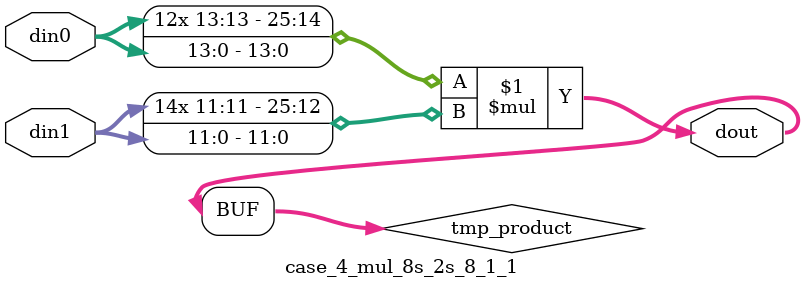
<source format=v>

`timescale 1 ns / 1 ps

 module case_4_mul_8s_2s_8_1_1(din0, din1, dout);
parameter ID = 1;
parameter NUM_STAGE = 0;
parameter din0_WIDTH = 14;
parameter din1_WIDTH = 12;
parameter dout_WIDTH = 26;

input [din0_WIDTH - 1 : 0] din0; 
input [din1_WIDTH - 1 : 0] din1; 
output [dout_WIDTH - 1 : 0] dout;

wire signed [dout_WIDTH - 1 : 0] tmp_product;



























assign tmp_product = $signed(din0) * $signed(din1);








assign dout = tmp_product;





















endmodule

</source>
